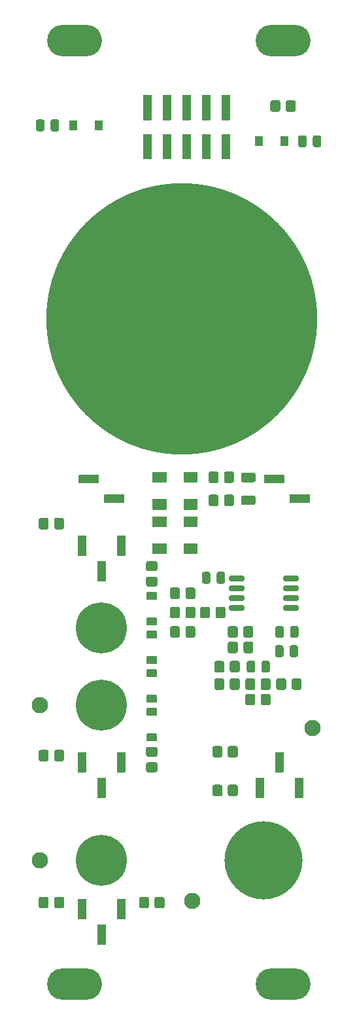
<source format=gbs>
G04 #@! TF.GenerationSoftware,KiCad,Pcbnew,(5.1.9)-1*
G04 #@! TF.CreationDate,2021-04-11T23:26:30+02:00*
G04 #@! TF.ProjectId,KicadJE_VU_Meter,4b696361-644a-4455-9f56-555f4d657465,rev?*
G04 #@! TF.SameCoordinates,Original*
G04 #@! TF.FileFunction,Soldermask,Bot*
G04 #@! TF.FilePolarity,Negative*
%FSLAX46Y46*%
G04 Gerber Fmt 4.6, Leading zero omitted, Abs format (unit mm)*
G04 Created by KiCad (PCBNEW (5.1.9)-1) date 2021-04-11 23:26:30*
%MOMM*%
%LPD*%
G01*
G04 APERTURE LIST*
%ADD10C,10.102000*%
%ADD11O,7.102000X4.102000*%
%ADD12C,2.102000*%
%ADD13C,35.102000*%
%ADD14C,6.602000*%
G04 APERTURE END LIST*
G36*
G01*
X134349000Y-118500500D02*
X134349000Y-117499500D01*
G75*
G02*
X134624500Y-117224000I275500J0D01*
G01*
X135175500Y-117224000D01*
G75*
G02*
X135451000Y-117499500I0J-275500D01*
G01*
X135451000Y-118500500D01*
G75*
G02*
X135175500Y-118776000I-275500J0D01*
G01*
X134624500Y-118776000D01*
G75*
G02*
X134349000Y-118500500I0J275500D01*
G01*
G37*
G36*
G01*
X132449000Y-118500500D02*
X132449000Y-117499500D01*
G75*
G02*
X132724500Y-117224000I275500J0D01*
G01*
X133275500Y-117224000D01*
G75*
G02*
X133551000Y-117499500I0J-275500D01*
G01*
X133551000Y-118500500D01*
G75*
G02*
X133275500Y-118776000I-275500J0D01*
G01*
X132724500Y-118776000D01*
G75*
G02*
X132449000Y-118500500I0J275500D01*
G01*
G37*
D10*
X131000000Y-145000000D03*
G36*
G01*
X129849000Y-52650000D02*
X129849000Y-51450000D01*
G75*
G02*
X129900000Y-51399000I51000J0D01*
G01*
X130800000Y-51399000D01*
G75*
G02*
X130851000Y-51450000I0J-51000D01*
G01*
X130851000Y-52650000D01*
G75*
G02*
X130800000Y-52701000I-51000J0D01*
G01*
X129900000Y-52701000D01*
G75*
G02*
X129849000Y-52650000I0J51000D01*
G01*
G37*
G36*
G01*
X133149000Y-52650000D02*
X133149000Y-51450000D01*
G75*
G02*
X133200000Y-51399000I51000J0D01*
G01*
X134100000Y-51399000D01*
G75*
G02*
X134151000Y-51450000I0J-51000D01*
G01*
X134151000Y-52650000D01*
G75*
G02*
X134100000Y-52701000I-51000J0D01*
G01*
X133200000Y-52701000D01*
G75*
G02*
X133149000Y-52650000I0J51000D01*
G01*
G37*
G36*
G01*
X109149000Y-50600000D02*
X109149000Y-49400000D01*
G75*
G02*
X109200000Y-49349000I51000J0D01*
G01*
X110100000Y-49349000D01*
G75*
G02*
X110151000Y-49400000I0J-51000D01*
G01*
X110151000Y-50600000D01*
G75*
G02*
X110100000Y-50651000I-51000J0D01*
G01*
X109200000Y-50651000D01*
G75*
G02*
X109149000Y-50600000I0J51000D01*
G01*
G37*
G36*
G01*
X105849000Y-50600000D02*
X105849000Y-49400000D01*
G75*
G02*
X105900000Y-49349000I51000J0D01*
G01*
X106800000Y-49349000D01*
G75*
G02*
X106851000Y-49400000I0J-51000D01*
G01*
X106851000Y-50600000D01*
G75*
G02*
X106800000Y-50651000I-51000J0D01*
G01*
X105900000Y-50651000D01*
G75*
G02*
X105849000Y-50600000I0J51000D01*
G01*
G37*
G36*
G01*
X117100000Y-129651000D02*
X115900000Y-129651000D01*
G75*
G02*
X115849000Y-129600000I0J51000D01*
G01*
X115849000Y-128700000D01*
G75*
G02*
X115900000Y-128649000I51000J0D01*
G01*
X117100000Y-128649000D01*
G75*
G02*
X117151000Y-128700000I0J-51000D01*
G01*
X117151000Y-129600000D01*
G75*
G02*
X117100000Y-129651000I-51000J0D01*
G01*
G37*
G36*
G01*
X117100000Y-126351000D02*
X115900000Y-126351000D01*
G75*
G02*
X115849000Y-126300000I0J51000D01*
G01*
X115849000Y-125400000D01*
G75*
G02*
X115900000Y-125349000I51000J0D01*
G01*
X117100000Y-125349000D01*
G75*
G02*
X117151000Y-125400000I0J-51000D01*
G01*
X117151000Y-126300000D01*
G75*
G02*
X117100000Y-126351000I-51000J0D01*
G01*
G37*
G36*
G01*
X115900000Y-118649000D02*
X117100000Y-118649000D01*
G75*
G02*
X117151000Y-118700000I0J-51000D01*
G01*
X117151000Y-119600000D01*
G75*
G02*
X117100000Y-119651000I-51000J0D01*
G01*
X115900000Y-119651000D01*
G75*
G02*
X115849000Y-119600000I0J51000D01*
G01*
X115849000Y-118700000D01*
G75*
G02*
X115900000Y-118649000I51000J0D01*
G01*
G37*
G36*
G01*
X115900000Y-115349000D02*
X117100000Y-115349000D01*
G75*
G02*
X117151000Y-115400000I0J-51000D01*
G01*
X117151000Y-116300000D01*
G75*
G02*
X117100000Y-116351000I-51000J0D01*
G01*
X115900000Y-116351000D01*
G75*
G02*
X115849000Y-116300000I0J51000D01*
G01*
X115849000Y-115400000D01*
G75*
G02*
X115900000Y-115349000I51000J0D01*
G01*
G37*
G36*
G01*
X115900000Y-110349000D02*
X117100000Y-110349000D01*
G75*
G02*
X117151000Y-110400000I0J-51000D01*
G01*
X117151000Y-111300000D01*
G75*
G02*
X117100000Y-111351000I-51000J0D01*
G01*
X115900000Y-111351000D01*
G75*
G02*
X115849000Y-111300000I0J51000D01*
G01*
X115849000Y-110400000D01*
G75*
G02*
X115900000Y-110349000I51000J0D01*
G01*
G37*
G36*
G01*
X115900000Y-113649000D02*
X117100000Y-113649000D01*
G75*
G02*
X117151000Y-113700000I0J-51000D01*
G01*
X117151000Y-114600000D01*
G75*
G02*
X117100000Y-114651000I-51000J0D01*
G01*
X115900000Y-114651000D01*
G75*
G02*
X115849000Y-114600000I0J51000D01*
G01*
X115849000Y-113700000D01*
G75*
G02*
X115900000Y-113649000I51000J0D01*
G01*
G37*
G36*
G01*
X117100000Y-121351000D02*
X115900000Y-121351000D01*
G75*
G02*
X115849000Y-121300000I0J51000D01*
G01*
X115849000Y-120400000D01*
G75*
G02*
X115900000Y-120349000I51000J0D01*
G01*
X117100000Y-120349000D01*
G75*
G02*
X117151000Y-120400000I0J-51000D01*
G01*
X117151000Y-121300000D01*
G75*
G02*
X117100000Y-121351000I-51000J0D01*
G01*
G37*
G36*
G01*
X117100000Y-124651000D02*
X115900000Y-124651000D01*
G75*
G02*
X115849000Y-124600000I0J51000D01*
G01*
X115849000Y-123700000D01*
G75*
G02*
X115900000Y-123649000I51000J0D01*
G01*
X117100000Y-123649000D01*
G75*
G02*
X117151000Y-123700000I0J-51000D01*
G01*
X117151000Y-124600000D01*
G75*
G02*
X117100000Y-124651000I-51000J0D01*
G01*
G37*
G36*
G01*
X110500000Y-155961000D02*
X109500000Y-155961000D01*
G75*
G02*
X109449000Y-155910000I0J51000D01*
G01*
X109449000Y-153400000D01*
G75*
G02*
X109500000Y-153349000I51000J0D01*
G01*
X110500000Y-153349000D01*
G75*
G02*
X110551000Y-153400000I0J-51000D01*
G01*
X110551000Y-155910000D01*
G75*
G02*
X110500000Y-155961000I-51000J0D01*
G01*
G37*
G36*
G01*
X113040000Y-152651000D02*
X112040000Y-152651000D01*
G75*
G02*
X111989000Y-152600000I0J51000D01*
G01*
X111989000Y-150090000D01*
G75*
G02*
X112040000Y-150039000I51000J0D01*
G01*
X113040000Y-150039000D01*
G75*
G02*
X113091000Y-150090000I0J-51000D01*
G01*
X113091000Y-152600000D01*
G75*
G02*
X113040000Y-152651000I-51000J0D01*
G01*
G37*
G36*
G01*
X107960000Y-152651000D02*
X106960000Y-152651000D01*
G75*
G02*
X106909000Y-152600000I0J51000D01*
G01*
X106909000Y-150090000D01*
G75*
G02*
X106960000Y-150039000I51000J0D01*
G01*
X107960000Y-150039000D01*
G75*
G02*
X108011000Y-150090000I0J-51000D01*
G01*
X108011000Y-152600000D01*
G75*
G02*
X107960000Y-152651000I-51000J0D01*
G01*
G37*
G36*
G01*
X107960000Y-105651000D02*
X106960000Y-105651000D01*
G75*
G02*
X106909000Y-105600000I0J51000D01*
G01*
X106909000Y-103090000D01*
G75*
G02*
X106960000Y-103039000I51000J0D01*
G01*
X107960000Y-103039000D01*
G75*
G02*
X108011000Y-103090000I0J-51000D01*
G01*
X108011000Y-105600000D01*
G75*
G02*
X107960000Y-105651000I-51000J0D01*
G01*
G37*
G36*
G01*
X113040000Y-105651000D02*
X112040000Y-105651000D01*
G75*
G02*
X111989000Y-105600000I0J51000D01*
G01*
X111989000Y-103090000D01*
G75*
G02*
X112040000Y-103039000I51000J0D01*
G01*
X113040000Y-103039000D01*
G75*
G02*
X113091000Y-103090000I0J-51000D01*
G01*
X113091000Y-105600000D01*
G75*
G02*
X113040000Y-105651000I-51000J0D01*
G01*
G37*
G36*
G01*
X110500000Y-108961000D02*
X109500000Y-108961000D01*
G75*
G02*
X109449000Y-108910000I0J51000D01*
G01*
X109449000Y-106400000D01*
G75*
G02*
X109500000Y-106349000I51000J0D01*
G01*
X110500000Y-106349000D01*
G75*
G02*
X110551000Y-106400000I0J-51000D01*
G01*
X110551000Y-108910000D01*
G75*
G02*
X110500000Y-108961000I-51000J0D01*
G01*
G37*
G36*
G01*
X107960000Y-133651000D02*
X106960000Y-133651000D01*
G75*
G02*
X106909000Y-133600000I0J51000D01*
G01*
X106909000Y-131090000D01*
G75*
G02*
X106960000Y-131039000I51000J0D01*
G01*
X107960000Y-131039000D01*
G75*
G02*
X108011000Y-131090000I0J-51000D01*
G01*
X108011000Y-133600000D01*
G75*
G02*
X107960000Y-133651000I-51000J0D01*
G01*
G37*
G36*
G01*
X113040000Y-133651000D02*
X112040000Y-133651000D01*
G75*
G02*
X111989000Y-133600000I0J51000D01*
G01*
X111989000Y-131090000D01*
G75*
G02*
X112040000Y-131039000I51000J0D01*
G01*
X113040000Y-131039000D01*
G75*
G02*
X113091000Y-131090000I0J-51000D01*
G01*
X113091000Y-133600000D01*
G75*
G02*
X113040000Y-133651000I-51000J0D01*
G01*
G37*
G36*
G01*
X110500000Y-136961000D02*
X109500000Y-136961000D01*
G75*
G02*
X109449000Y-136910000I0J51000D01*
G01*
X109449000Y-134400000D01*
G75*
G02*
X109500000Y-134349000I51000J0D01*
G01*
X110500000Y-134349000D01*
G75*
G02*
X110551000Y-134400000I0J-51000D01*
G01*
X110551000Y-136910000D01*
G75*
G02*
X110500000Y-136961000I-51000J0D01*
G01*
G37*
G36*
G01*
X136961000Y-97770000D02*
X136961000Y-98770000D01*
G75*
G02*
X136910000Y-98821000I-51000J0D01*
G01*
X134400000Y-98821000D01*
G75*
G02*
X134349000Y-98770000I0J51000D01*
G01*
X134349000Y-97770000D01*
G75*
G02*
X134400000Y-97719000I51000J0D01*
G01*
X136910000Y-97719000D01*
G75*
G02*
X136961000Y-97770000I0J-51000D01*
G01*
G37*
G36*
G01*
X133651000Y-95230000D02*
X133651000Y-96230000D01*
G75*
G02*
X133600000Y-96281000I-51000J0D01*
G01*
X131090000Y-96281000D01*
G75*
G02*
X131039000Y-96230000I0J51000D01*
G01*
X131039000Y-95230000D01*
G75*
G02*
X131090000Y-95179000I51000J0D01*
G01*
X133600000Y-95179000D01*
G75*
G02*
X133651000Y-95230000I0J-51000D01*
G01*
G37*
D11*
X133500000Y-39000000D03*
X106500000Y-39000000D03*
X106500000Y-161000000D03*
X133500000Y-161000000D03*
G36*
G01*
X126499000Y-112580500D02*
X126499000Y-112229500D01*
G75*
G02*
X126674500Y-112054000I175500J0D01*
G01*
X128325500Y-112054000D01*
G75*
G02*
X128501000Y-112229500I0J-175500D01*
G01*
X128501000Y-112580500D01*
G75*
G02*
X128325500Y-112756000I-175500J0D01*
G01*
X126674500Y-112756000D01*
G75*
G02*
X126499000Y-112580500I0J175500D01*
G01*
G37*
G36*
G01*
X126499000Y-111310500D02*
X126499000Y-110959500D01*
G75*
G02*
X126674500Y-110784000I175500J0D01*
G01*
X128325500Y-110784000D01*
G75*
G02*
X128501000Y-110959500I0J-175500D01*
G01*
X128501000Y-111310500D01*
G75*
G02*
X128325500Y-111486000I-175500J0D01*
G01*
X126674500Y-111486000D01*
G75*
G02*
X126499000Y-111310500I0J175500D01*
G01*
G37*
G36*
G01*
X126499000Y-110040500D02*
X126499000Y-109689500D01*
G75*
G02*
X126674500Y-109514000I175500J0D01*
G01*
X128325500Y-109514000D01*
G75*
G02*
X128501000Y-109689500I0J-175500D01*
G01*
X128501000Y-110040500D01*
G75*
G02*
X128325500Y-110216000I-175500J0D01*
G01*
X126674500Y-110216000D01*
G75*
G02*
X126499000Y-110040500I0J175500D01*
G01*
G37*
G36*
G01*
X126499000Y-108770500D02*
X126499000Y-108419500D01*
G75*
G02*
X126674500Y-108244000I175500J0D01*
G01*
X128325500Y-108244000D01*
G75*
G02*
X128501000Y-108419500I0J-175500D01*
G01*
X128501000Y-108770500D01*
G75*
G02*
X128325500Y-108946000I-175500J0D01*
G01*
X126674500Y-108946000D01*
G75*
G02*
X126499000Y-108770500I0J175500D01*
G01*
G37*
G36*
G01*
X133499000Y-108770500D02*
X133499000Y-108419500D01*
G75*
G02*
X133674500Y-108244000I175500J0D01*
G01*
X135325500Y-108244000D01*
G75*
G02*
X135501000Y-108419500I0J-175500D01*
G01*
X135501000Y-108770500D01*
G75*
G02*
X135325500Y-108946000I-175500J0D01*
G01*
X133674500Y-108946000D01*
G75*
G02*
X133499000Y-108770500I0J175500D01*
G01*
G37*
G36*
G01*
X133499000Y-110040500D02*
X133499000Y-109689500D01*
G75*
G02*
X133674500Y-109514000I175500J0D01*
G01*
X135325500Y-109514000D01*
G75*
G02*
X135501000Y-109689500I0J-175500D01*
G01*
X135501000Y-110040500D01*
G75*
G02*
X135325500Y-110216000I-175500J0D01*
G01*
X133674500Y-110216000D01*
G75*
G02*
X133499000Y-110040500I0J175500D01*
G01*
G37*
G36*
G01*
X133499000Y-111310500D02*
X133499000Y-110959500D01*
G75*
G02*
X133674500Y-110784000I175500J0D01*
G01*
X135325500Y-110784000D01*
G75*
G02*
X135501000Y-110959500I0J-175500D01*
G01*
X135501000Y-111310500D01*
G75*
G02*
X135325500Y-111486000I-175500J0D01*
G01*
X133674500Y-111486000D01*
G75*
G02*
X133499000Y-111310500I0J175500D01*
G01*
G37*
G36*
G01*
X133499000Y-112580500D02*
X133499000Y-112229500D01*
G75*
G02*
X133674500Y-112054000I175500J0D01*
G01*
X135325500Y-112054000D01*
G75*
G02*
X135501000Y-112229500I0J-175500D01*
G01*
X135501000Y-112580500D01*
G75*
G02*
X135325500Y-112756000I-175500J0D01*
G01*
X133674500Y-112756000D01*
G75*
G02*
X133499000Y-112580500I0J175500D01*
G01*
G37*
G36*
G01*
X115420000Y-46074000D02*
X116420000Y-46074000D01*
G75*
G02*
X116471000Y-46125000I0J-51000D01*
G01*
X116471000Y-49275000D01*
G75*
G02*
X116420000Y-49326000I-51000J0D01*
G01*
X115420000Y-49326000D01*
G75*
G02*
X115369000Y-49275000I0J51000D01*
G01*
X115369000Y-46125000D01*
G75*
G02*
X115420000Y-46074000I51000J0D01*
G01*
G37*
G36*
G01*
X115420000Y-51124000D02*
X116420000Y-51124000D01*
G75*
G02*
X116471000Y-51175000I0J-51000D01*
G01*
X116471000Y-54325000D01*
G75*
G02*
X116420000Y-54376000I-51000J0D01*
G01*
X115420000Y-54376000D01*
G75*
G02*
X115369000Y-54325000I0J51000D01*
G01*
X115369000Y-51175000D01*
G75*
G02*
X115420000Y-51124000I51000J0D01*
G01*
G37*
G36*
G01*
X117960000Y-46074000D02*
X118960000Y-46074000D01*
G75*
G02*
X119011000Y-46125000I0J-51000D01*
G01*
X119011000Y-49275000D01*
G75*
G02*
X118960000Y-49326000I-51000J0D01*
G01*
X117960000Y-49326000D01*
G75*
G02*
X117909000Y-49275000I0J51000D01*
G01*
X117909000Y-46125000D01*
G75*
G02*
X117960000Y-46074000I51000J0D01*
G01*
G37*
G36*
G01*
X117960000Y-51124000D02*
X118960000Y-51124000D01*
G75*
G02*
X119011000Y-51175000I0J-51000D01*
G01*
X119011000Y-54325000D01*
G75*
G02*
X118960000Y-54376000I-51000J0D01*
G01*
X117960000Y-54376000D01*
G75*
G02*
X117909000Y-54325000I0J51000D01*
G01*
X117909000Y-51175000D01*
G75*
G02*
X117960000Y-51124000I51000J0D01*
G01*
G37*
G36*
G01*
X120500000Y-46074000D02*
X121500000Y-46074000D01*
G75*
G02*
X121551000Y-46125000I0J-51000D01*
G01*
X121551000Y-49275000D01*
G75*
G02*
X121500000Y-49326000I-51000J0D01*
G01*
X120500000Y-49326000D01*
G75*
G02*
X120449000Y-49275000I0J51000D01*
G01*
X120449000Y-46125000D01*
G75*
G02*
X120500000Y-46074000I51000J0D01*
G01*
G37*
G36*
G01*
X120500000Y-51124000D02*
X121500000Y-51124000D01*
G75*
G02*
X121551000Y-51175000I0J-51000D01*
G01*
X121551000Y-54325000D01*
G75*
G02*
X121500000Y-54376000I-51000J0D01*
G01*
X120500000Y-54376000D01*
G75*
G02*
X120449000Y-54325000I0J51000D01*
G01*
X120449000Y-51175000D01*
G75*
G02*
X120500000Y-51124000I51000J0D01*
G01*
G37*
G36*
G01*
X123040000Y-46074000D02*
X124040000Y-46074000D01*
G75*
G02*
X124091000Y-46125000I0J-51000D01*
G01*
X124091000Y-49275000D01*
G75*
G02*
X124040000Y-49326000I-51000J0D01*
G01*
X123040000Y-49326000D01*
G75*
G02*
X122989000Y-49275000I0J51000D01*
G01*
X122989000Y-46125000D01*
G75*
G02*
X123040000Y-46074000I51000J0D01*
G01*
G37*
G36*
G01*
X123040000Y-51124000D02*
X124040000Y-51124000D01*
G75*
G02*
X124091000Y-51175000I0J-51000D01*
G01*
X124091000Y-54325000D01*
G75*
G02*
X124040000Y-54376000I-51000J0D01*
G01*
X123040000Y-54376000D01*
G75*
G02*
X122989000Y-54325000I0J51000D01*
G01*
X122989000Y-51175000D01*
G75*
G02*
X123040000Y-51124000I51000J0D01*
G01*
G37*
G36*
G01*
X125580000Y-46074000D02*
X126580000Y-46074000D01*
G75*
G02*
X126631000Y-46125000I0J-51000D01*
G01*
X126631000Y-49275000D01*
G75*
G02*
X126580000Y-49326000I-51000J0D01*
G01*
X125580000Y-49326000D01*
G75*
G02*
X125529000Y-49275000I0J51000D01*
G01*
X125529000Y-46125000D01*
G75*
G02*
X125580000Y-46074000I51000J0D01*
G01*
G37*
G36*
G01*
X125580000Y-51124000D02*
X126580000Y-51124000D01*
G75*
G02*
X126631000Y-51175000I0J-51000D01*
G01*
X126631000Y-54325000D01*
G75*
G02*
X126580000Y-54376000I-51000J0D01*
G01*
X125580000Y-54376000D01*
G75*
G02*
X125529000Y-54325000I0J51000D01*
G01*
X125529000Y-51175000D01*
G75*
G02*
X125580000Y-51124000I51000J0D01*
G01*
G37*
G36*
G01*
X138451000Y-51549500D02*
X138451000Y-52550500D01*
G75*
G02*
X138175500Y-52826000I-275500J0D01*
G01*
X137624500Y-52826000D01*
G75*
G02*
X137349000Y-52550500I0J275500D01*
G01*
X137349000Y-51549500D01*
G75*
G02*
X137624500Y-51274000I275500J0D01*
G01*
X138175500Y-51274000D01*
G75*
G02*
X138451000Y-51549500I0J-275500D01*
G01*
G37*
G36*
G01*
X136551000Y-51549500D02*
X136551000Y-52550500D01*
G75*
G02*
X136275500Y-52826000I-275500J0D01*
G01*
X135724500Y-52826000D01*
G75*
G02*
X135449000Y-52550500I0J275500D01*
G01*
X135449000Y-51549500D01*
G75*
G02*
X135724500Y-51274000I275500J0D01*
G01*
X136275500Y-51274000D01*
G75*
G02*
X136551000Y-51549500I0J-275500D01*
G01*
G37*
G36*
G01*
X104501000Y-49499500D02*
X104501000Y-50500500D01*
G75*
G02*
X104225500Y-50776000I-275500J0D01*
G01*
X103674500Y-50776000D01*
G75*
G02*
X103399000Y-50500500I0J275500D01*
G01*
X103399000Y-49499500D01*
G75*
G02*
X103674500Y-49224000I275500J0D01*
G01*
X104225500Y-49224000D01*
G75*
G02*
X104501000Y-49499500I0J-275500D01*
G01*
G37*
G36*
G01*
X102601000Y-49499500D02*
X102601000Y-50500500D01*
G75*
G02*
X102325500Y-50776000I-275500J0D01*
G01*
X101774500Y-50776000D01*
G75*
G02*
X101499000Y-50500500I0J275500D01*
G01*
X101499000Y-49499500D01*
G75*
G02*
X101774500Y-49224000I275500J0D01*
G01*
X102325500Y-49224000D01*
G75*
G02*
X102601000Y-49499500I0J-275500D01*
G01*
G37*
G36*
G01*
X122999000Y-109000500D02*
X122999000Y-107999500D01*
G75*
G02*
X123274500Y-107724000I275500J0D01*
G01*
X123825500Y-107724000D01*
G75*
G02*
X124101000Y-107999500I0J-275500D01*
G01*
X124101000Y-109000500D01*
G75*
G02*
X123825500Y-109276000I-275500J0D01*
G01*
X123274500Y-109276000D01*
G75*
G02*
X122999000Y-109000500I0J275500D01*
G01*
G37*
G36*
G01*
X124899000Y-109000500D02*
X124899000Y-107999500D01*
G75*
G02*
X125174500Y-107724000I275500J0D01*
G01*
X125725500Y-107724000D01*
G75*
G02*
X126001000Y-107999500I0J-275500D01*
G01*
X126001000Y-109000500D01*
G75*
G02*
X125725500Y-109276000I-275500J0D01*
G01*
X125174500Y-109276000D01*
G75*
G02*
X124899000Y-109000500I0J275500D01*
G01*
G37*
G36*
G01*
X134399000Y-116000500D02*
X134399000Y-114999500D01*
G75*
G02*
X134674500Y-114724000I275500J0D01*
G01*
X135225500Y-114724000D01*
G75*
G02*
X135501000Y-114999500I0J-275500D01*
G01*
X135501000Y-116000500D01*
G75*
G02*
X135225500Y-116276000I-275500J0D01*
G01*
X134674500Y-116276000D01*
G75*
G02*
X134399000Y-116000500I0J275500D01*
G01*
G37*
G36*
G01*
X132499000Y-116000500D02*
X132499000Y-114999500D01*
G75*
G02*
X132774500Y-114724000I275500J0D01*
G01*
X133325500Y-114724000D01*
G75*
G02*
X133601000Y-114999500I0J-275500D01*
G01*
X133601000Y-116000500D01*
G75*
G02*
X133325500Y-116276000I-275500J0D01*
G01*
X132774500Y-116276000D01*
G75*
G02*
X132499000Y-116000500I0J275500D01*
G01*
G37*
G36*
G01*
X129901000Y-119499500D02*
X129901000Y-120500500D01*
G75*
G02*
X129625500Y-120776000I-275500J0D01*
G01*
X129074500Y-120776000D01*
G75*
G02*
X128799000Y-120500500I0J275500D01*
G01*
X128799000Y-119499500D01*
G75*
G02*
X129074500Y-119224000I275500J0D01*
G01*
X129625500Y-119224000D01*
G75*
G02*
X129901000Y-119499500I0J-275500D01*
G01*
G37*
G36*
G01*
X131801000Y-119499500D02*
X131801000Y-120500500D01*
G75*
G02*
X131525500Y-120776000I-275500J0D01*
G01*
X130974500Y-120776000D01*
G75*
G02*
X130699000Y-120500500I0J275500D01*
G01*
X130699000Y-119499500D01*
G75*
G02*
X130974500Y-119224000I275500J0D01*
G01*
X131525500Y-119224000D01*
G75*
G02*
X131801000Y-119499500I0J-275500D01*
G01*
G37*
G36*
G01*
X129678828Y-99101000D02*
X128321172Y-99101000D01*
G75*
G02*
X128049000Y-98828828I0J272172D01*
G01*
X128049000Y-98121172D01*
G75*
G02*
X128321172Y-97849000I272172J0D01*
G01*
X129678828Y-97849000D01*
G75*
G02*
X129951000Y-98121172I0J-272172D01*
G01*
X129951000Y-98828828D01*
G75*
G02*
X129678828Y-99101000I-272172J0D01*
G01*
G37*
G36*
G01*
X129678828Y-96151000D02*
X128321172Y-96151000D01*
G75*
G02*
X128049000Y-95878828I0J272172D01*
G01*
X128049000Y-95171172D01*
G75*
G02*
X128321172Y-94899000I272172J0D01*
G01*
X129678828Y-94899000D01*
G75*
G02*
X129951000Y-95171172I0J-272172D01*
G01*
X129951000Y-95878828D01*
G75*
G02*
X129678828Y-96151000I-272172J0D01*
G01*
G37*
G36*
G01*
X133849000Y-47979752D02*
X133849000Y-47020248D01*
G75*
G02*
X134120248Y-46749000I271248J0D01*
G01*
X134879752Y-46749000D01*
G75*
G02*
X135151000Y-47020248I0J-271248D01*
G01*
X135151000Y-47979752D01*
G75*
G02*
X134879752Y-48251000I-271248J0D01*
G01*
X134120248Y-48251000D01*
G75*
G02*
X133849000Y-47979752I0J271248D01*
G01*
G37*
G36*
G01*
X131849000Y-47979752D02*
X131849000Y-47020248D01*
G75*
G02*
X132120248Y-46749000I271248J0D01*
G01*
X132879752Y-46749000D01*
G75*
G02*
X133151000Y-47020248I0J-271248D01*
G01*
X133151000Y-47979752D01*
G75*
G02*
X132879752Y-48251000I-271248J0D01*
G01*
X132120248Y-48251000D01*
G75*
G02*
X131849000Y-47979752I0J271248D01*
G01*
G37*
G36*
G01*
X103151000Y-150020248D02*
X103151000Y-150979752D01*
G75*
G02*
X102879752Y-151251000I-271248J0D01*
G01*
X102120248Y-151251000D01*
G75*
G02*
X101849000Y-150979752I0J271248D01*
G01*
X101849000Y-150020248D01*
G75*
G02*
X102120248Y-149749000I271248J0D01*
G01*
X102879752Y-149749000D01*
G75*
G02*
X103151000Y-150020248I0J-271248D01*
G01*
G37*
G36*
G01*
X105151000Y-150020248D02*
X105151000Y-150979752D01*
G75*
G02*
X104879752Y-151251000I-271248J0D01*
G01*
X104120248Y-151251000D01*
G75*
G02*
X103849000Y-150979752I0J271248D01*
G01*
X103849000Y-150020248D01*
G75*
G02*
X104120248Y-149749000I271248J0D01*
G01*
X104879752Y-149749000D01*
G75*
G02*
X105151000Y-150020248I0J-271248D01*
G01*
G37*
G36*
G01*
X103849000Y-131979752D02*
X103849000Y-131020248D01*
G75*
G02*
X104120248Y-130749000I271248J0D01*
G01*
X104879752Y-130749000D01*
G75*
G02*
X105151000Y-131020248I0J-271248D01*
G01*
X105151000Y-131979752D01*
G75*
G02*
X104879752Y-132251000I-271248J0D01*
G01*
X104120248Y-132251000D01*
G75*
G02*
X103849000Y-131979752I0J271248D01*
G01*
G37*
G36*
G01*
X101849000Y-131979752D02*
X101849000Y-131020248D01*
G75*
G02*
X102120248Y-130749000I271248J0D01*
G01*
X102879752Y-130749000D01*
G75*
G02*
X103151000Y-131020248I0J-271248D01*
G01*
X103151000Y-131979752D01*
G75*
G02*
X102879752Y-132251000I-271248J0D01*
G01*
X102120248Y-132251000D01*
G75*
G02*
X101849000Y-131979752I0J271248D01*
G01*
G37*
G36*
G01*
X116151000Y-150020248D02*
X116151000Y-150979752D01*
G75*
G02*
X115879752Y-151251000I-271248J0D01*
G01*
X115120248Y-151251000D01*
G75*
G02*
X114849000Y-150979752I0J271248D01*
G01*
X114849000Y-150020248D01*
G75*
G02*
X115120248Y-149749000I271248J0D01*
G01*
X115879752Y-149749000D01*
G75*
G02*
X116151000Y-150020248I0J-271248D01*
G01*
G37*
G36*
G01*
X118151000Y-150020248D02*
X118151000Y-150979752D01*
G75*
G02*
X117879752Y-151251000I-271248J0D01*
G01*
X117120248Y-151251000D01*
G75*
G02*
X116849000Y-150979752I0J271248D01*
G01*
X116849000Y-150020248D01*
G75*
G02*
X117120248Y-149749000I271248J0D01*
G01*
X117879752Y-149749000D01*
G75*
G02*
X118151000Y-150020248I0J-271248D01*
G01*
G37*
G36*
G01*
X116979752Y-109651000D02*
X116020248Y-109651000D01*
G75*
G02*
X115749000Y-109379752I0J271248D01*
G01*
X115749000Y-108620248D01*
G75*
G02*
X116020248Y-108349000I271248J0D01*
G01*
X116979752Y-108349000D01*
G75*
G02*
X117251000Y-108620248I0J-271248D01*
G01*
X117251000Y-109379752D01*
G75*
G02*
X116979752Y-109651000I-271248J0D01*
G01*
G37*
G36*
G01*
X116979752Y-107651000D02*
X116020248Y-107651000D01*
G75*
G02*
X115749000Y-107379752I0J271248D01*
G01*
X115749000Y-106620248D01*
G75*
G02*
X116020248Y-106349000I271248J0D01*
G01*
X116979752Y-106349000D01*
G75*
G02*
X117251000Y-106620248I0J-271248D01*
G01*
X117251000Y-107379752D01*
G75*
G02*
X116979752Y-107651000I-271248J0D01*
G01*
G37*
G36*
G01*
X127901000Y-121770248D02*
X127901000Y-122729752D01*
G75*
G02*
X127629752Y-123001000I-271248J0D01*
G01*
X126870248Y-123001000D01*
G75*
G02*
X126599000Y-122729752I0J271248D01*
G01*
X126599000Y-121770248D01*
G75*
G02*
X126870248Y-121499000I271248J0D01*
G01*
X127629752Y-121499000D01*
G75*
G02*
X127901000Y-121770248I0J-271248D01*
G01*
G37*
G36*
G01*
X125901000Y-121770248D02*
X125901000Y-122729752D01*
G75*
G02*
X125629752Y-123001000I-271248J0D01*
G01*
X124870248Y-123001000D01*
G75*
G02*
X124599000Y-122729752I0J271248D01*
G01*
X124599000Y-121770248D01*
G75*
G02*
X124870248Y-121499000I271248J0D01*
G01*
X125629752Y-121499000D01*
G75*
G02*
X125901000Y-121770248I0J-271248D01*
G01*
G37*
G36*
G01*
X103849000Y-101979752D02*
X103849000Y-101020248D01*
G75*
G02*
X104120248Y-100749000I271248J0D01*
G01*
X104879752Y-100749000D01*
G75*
G02*
X105151000Y-101020248I0J-271248D01*
G01*
X105151000Y-101979752D01*
G75*
G02*
X104879752Y-102251000I-271248J0D01*
G01*
X104120248Y-102251000D01*
G75*
G02*
X103849000Y-101979752I0J271248D01*
G01*
G37*
G36*
G01*
X101849000Y-101979752D02*
X101849000Y-101020248D01*
G75*
G02*
X102120248Y-100749000I271248J0D01*
G01*
X102879752Y-100749000D01*
G75*
G02*
X103151000Y-101020248I0J-271248D01*
G01*
X103151000Y-101979752D01*
G75*
G02*
X102879752Y-102251000I-271248J0D01*
G01*
X102120248Y-102251000D01*
G75*
G02*
X101849000Y-101979752I0J271248D01*
G01*
G37*
G36*
G01*
X116020248Y-130349000D02*
X116979752Y-130349000D01*
G75*
G02*
X117251000Y-130620248I0J-271248D01*
G01*
X117251000Y-131379752D01*
G75*
G02*
X116979752Y-131651000I-271248J0D01*
G01*
X116020248Y-131651000D01*
G75*
G02*
X115749000Y-131379752I0J271248D01*
G01*
X115749000Y-130620248D01*
G75*
G02*
X116020248Y-130349000I271248J0D01*
G01*
G37*
G36*
G01*
X116020248Y-132349000D02*
X116979752Y-132349000D01*
G75*
G02*
X117251000Y-132620248I0J-271248D01*
G01*
X117251000Y-133379752D01*
G75*
G02*
X116979752Y-133651000I-271248J0D01*
G01*
X116020248Y-133651000D01*
G75*
G02*
X115749000Y-133379752I0J271248D01*
G01*
X115749000Y-132620248D01*
G75*
G02*
X116020248Y-132349000I271248J0D01*
G01*
G37*
G36*
G01*
X126599000Y-120479752D02*
X126599000Y-119520248D01*
G75*
G02*
X126870248Y-119249000I271248J0D01*
G01*
X127629752Y-119249000D01*
G75*
G02*
X127901000Y-119520248I0J-271248D01*
G01*
X127901000Y-120479752D01*
G75*
G02*
X127629752Y-120751000I-271248J0D01*
G01*
X126870248Y-120751000D01*
G75*
G02*
X126599000Y-120479752I0J271248D01*
G01*
G37*
G36*
G01*
X124599000Y-120479752D02*
X124599000Y-119520248D01*
G75*
G02*
X124870248Y-119249000I271248J0D01*
G01*
X125629752Y-119249000D01*
G75*
G02*
X125901000Y-119520248I0J-271248D01*
G01*
X125901000Y-120479752D01*
G75*
G02*
X125629752Y-120751000I-271248J0D01*
G01*
X124870248Y-120751000D01*
G75*
G02*
X124599000Y-120479752I0J271248D01*
G01*
G37*
G36*
G01*
X120151000Y-110020248D02*
X120151000Y-110979752D01*
G75*
G02*
X119879752Y-111251000I-271248J0D01*
G01*
X119120248Y-111251000D01*
G75*
G02*
X118849000Y-110979752I0J271248D01*
G01*
X118849000Y-110020248D01*
G75*
G02*
X119120248Y-109749000I271248J0D01*
G01*
X119879752Y-109749000D01*
G75*
G02*
X120151000Y-110020248I0J-271248D01*
G01*
G37*
G36*
G01*
X122151000Y-110020248D02*
X122151000Y-110979752D01*
G75*
G02*
X121879752Y-111251000I-271248J0D01*
G01*
X121120248Y-111251000D01*
G75*
G02*
X120849000Y-110979752I0J271248D01*
G01*
X120849000Y-110020248D01*
G75*
G02*
X121120248Y-109749000I271248J0D01*
G01*
X121879752Y-109749000D01*
G75*
G02*
X122151000Y-110020248I0J-271248D01*
G01*
G37*
G36*
G01*
X122151000Y-112520248D02*
X122151000Y-113479752D01*
G75*
G02*
X121879752Y-113751000I-271248J0D01*
G01*
X121120248Y-113751000D01*
G75*
G02*
X120849000Y-113479752I0J271248D01*
G01*
X120849000Y-112520248D01*
G75*
G02*
X121120248Y-112249000I271248J0D01*
G01*
X121879752Y-112249000D01*
G75*
G02*
X122151000Y-112520248I0J-271248D01*
G01*
G37*
G36*
G01*
X120151000Y-112520248D02*
X120151000Y-113479752D01*
G75*
G02*
X119879752Y-113751000I-271248J0D01*
G01*
X119120248Y-113751000D01*
G75*
G02*
X118849000Y-113479752I0J271248D01*
G01*
X118849000Y-112520248D01*
G75*
G02*
X119120248Y-112249000I271248J0D01*
G01*
X119879752Y-112249000D01*
G75*
G02*
X120151000Y-112520248I0J-271248D01*
G01*
G37*
G36*
G01*
X128599000Y-122729752D02*
X128599000Y-121770248D01*
G75*
G02*
X128870248Y-121499000I271248J0D01*
G01*
X129629752Y-121499000D01*
G75*
G02*
X129901000Y-121770248I0J-271248D01*
G01*
X129901000Y-122729752D01*
G75*
G02*
X129629752Y-123001000I-271248J0D01*
G01*
X128870248Y-123001000D01*
G75*
G02*
X128599000Y-122729752I0J271248D01*
G01*
G37*
G36*
G01*
X130599000Y-122729752D02*
X130599000Y-121770248D01*
G75*
G02*
X130870248Y-121499000I271248J0D01*
G01*
X131629752Y-121499000D01*
G75*
G02*
X131901000Y-121770248I0J-271248D01*
G01*
X131901000Y-122729752D01*
G75*
G02*
X131629752Y-123001000I-271248J0D01*
G01*
X130870248Y-123001000D01*
G75*
G02*
X130599000Y-122729752I0J271248D01*
G01*
G37*
G36*
G01*
X122151000Y-115020248D02*
X122151000Y-115979752D01*
G75*
G02*
X121879752Y-116251000I-271248J0D01*
G01*
X121120248Y-116251000D01*
G75*
G02*
X120849000Y-115979752I0J271248D01*
G01*
X120849000Y-115020248D01*
G75*
G02*
X121120248Y-114749000I271248J0D01*
G01*
X121879752Y-114749000D01*
G75*
G02*
X122151000Y-115020248I0J-271248D01*
G01*
G37*
G36*
G01*
X120151000Y-115020248D02*
X120151000Y-115979752D01*
G75*
G02*
X119879752Y-116251000I-271248J0D01*
G01*
X119120248Y-116251000D01*
G75*
G02*
X118849000Y-115979752I0J271248D01*
G01*
X118849000Y-115020248D01*
G75*
G02*
X119120248Y-114749000I271248J0D01*
G01*
X119879752Y-114749000D01*
G75*
G02*
X120151000Y-115020248I0J-271248D01*
G01*
G37*
G36*
G01*
X135901000Y-121770248D02*
X135901000Y-122729752D01*
G75*
G02*
X135629752Y-123001000I-271248J0D01*
G01*
X134870248Y-123001000D01*
G75*
G02*
X134599000Y-122729752I0J271248D01*
G01*
X134599000Y-121770248D01*
G75*
G02*
X134870248Y-121499000I271248J0D01*
G01*
X135629752Y-121499000D01*
G75*
G02*
X135901000Y-121770248I0J-271248D01*
G01*
G37*
G36*
G01*
X133901000Y-121770248D02*
X133901000Y-122729752D01*
G75*
G02*
X133629752Y-123001000I-271248J0D01*
G01*
X132870248Y-123001000D01*
G75*
G02*
X132599000Y-122729752I0J271248D01*
G01*
X132599000Y-121770248D01*
G75*
G02*
X132870248Y-121499000I271248J0D01*
G01*
X133629752Y-121499000D01*
G75*
G02*
X133901000Y-121770248I0J-271248D01*
G01*
G37*
G36*
G01*
X127651000Y-117020248D02*
X127651000Y-117979752D01*
G75*
G02*
X127379752Y-118251000I-271248J0D01*
G01*
X126620248Y-118251000D01*
G75*
G02*
X126349000Y-117979752I0J271248D01*
G01*
X126349000Y-117020248D01*
G75*
G02*
X126620248Y-116749000I271248J0D01*
G01*
X127379752Y-116749000D01*
G75*
G02*
X127651000Y-117020248I0J-271248D01*
G01*
G37*
G36*
G01*
X129651000Y-117020248D02*
X129651000Y-117979752D01*
G75*
G02*
X129379752Y-118251000I-271248J0D01*
G01*
X128620248Y-118251000D01*
G75*
G02*
X128349000Y-117979752I0J271248D01*
G01*
X128349000Y-117020248D01*
G75*
G02*
X128620248Y-116749000I271248J0D01*
G01*
X129379752Y-116749000D01*
G75*
G02*
X129651000Y-117020248I0J-271248D01*
G01*
G37*
G36*
G01*
X130599000Y-124729752D02*
X130599000Y-123770248D01*
G75*
G02*
X130870248Y-123499000I271248J0D01*
G01*
X131629752Y-123499000D01*
G75*
G02*
X131901000Y-123770248I0J-271248D01*
G01*
X131901000Y-124729752D01*
G75*
G02*
X131629752Y-125001000I-271248J0D01*
G01*
X130870248Y-125001000D01*
G75*
G02*
X130599000Y-124729752I0J271248D01*
G01*
G37*
G36*
G01*
X128599000Y-124729752D02*
X128599000Y-123770248D01*
G75*
G02*
X128870248Y-123499000I271248J0D01*
G01*
X129629752Y-123499000D01*
G75*
G02*
X129901000Y-123770248I0J-271248D01*
G01*
X129901000Y-124729752D01*
G75*
G02*
X129629752Y-125001000I-271248J0D01*
G01*
X128870248Y-125001000D01*
G75*
G02*
X128599000Y-124729752I0J271248D01*
G01*
G37*
G36*
G01*
X125151000Y-98020248D02*
X125151000Y-98979752D01*
G75*
G02*
X124879752Y-99251000I-271248J0D01*
G01*
X124120248Y-99251000D01*
G75*
G02*
X123849000Y-98979752I0J271248D01*
G01*
X123849000Y-98020248D01*
G75*
G02*
X124120248Y-97749000I271248J0D01*
G01*
X124879752Y-97749000D01*
G75*
G02*
X125151000Y-98020248I0J-271248D01*
G01*
G37*
G36*
G01*
X127151000Y-98020248D02*
X127151000Y-98979752D01*
G75*
G02*
X126879752Y-99251000I-271248J0D01*
G01*
X126120248Y-99251000D01*
G75*
G02*
X125849000Y-98979752I0J271248D01*
G01*
X125849000Y-98020248D01*
G75*
G02*
X126120248Y-97749000I271248J0D01*
G01*
X126879752Y-97749000D01*
G75*
G02*
X127151000Y-98020248I0J-271248D01*
G01*
G37*
G36*
G01*
X126349000Y-115979752D02*
X126349000Y-115020248D01*
G75*
G02*
X126620248Y-114749000I271248J0D01*
G01*
X127379752Y-114749000D01*
G75*
G02*
X127651000Y-115020248I0J-271248D01*
G01*
X127651000Y-115979752D01*
G75*
G02*
X127379752Y-116251000I-271248J0D01*
G01*
X126620248Y-116251000D01*
G75*
G02*
X126349000Y-115979752I0J271248D01*
G01*
G37*
G36*
G01*
X128349000Y-115979752D02*
X128349000Y-115020248D01*
G75*
G02*
X128620248Y-114749000I271248J0D01*
G01*
X129379752Y-114749000D01*
G75*
G02*
X129651000Y-115020248I0J-271248D01*
G01*
X129651000Y-115979752D01*
G75*
G02*
X129379752Y-116251000I-271248J0D01*
G01*
X128620248Y-116251000D01*
G75*
G02*
X128349000Y-115979752I0J271248D01*
G01*
G37*
G36*
G01*
X127151000Y-95020248D02*
X127151000Y-95979752D01*
G75*
G02*
X126879752Y-96251000I-271248J0D01*
G01*
X126120248Y-96251000D01*
G75*
G02*
X125849000Y-95979752I0J271248D01*
G01*
X125849000Y-95020248D01*
G75*
G02*
X126120248Y-94749000I271248J0D01*
G01*
X126879752Y-94749000D01*
G75*
G02*
X127151000Y-95020248I0J-271248D01*
G01*
G37*
G36*
G01*
X125151000Y-95020248D02*
X125151000Y-95979752D01*
G75*
G02*
X124879752Y-96251000I-271248J0D01*
G01*
X124120248Y-96251000D01*
G75*
G02*
X123849000Y-95979752I0J271248D01*
G01*
X123849000Y-95020248D01*
G75*
G02*
X124120248Y-94749000I271248J0D01*
G01*
X124879752Y-94749000D01*
G75*
G02*
X125151000Y-95020248I0J-271248D01*
G01*
G37*
G36*
G01*
X124749000Y-113479752D02*
X124749000Y-112520248D01*
G75*
G02*
X125020248Y-112249000I271248J0D01*
G01*
X125779752Y-112249000D01*
G75*
G02*
X126051000Y-112520248I0J-271248D01*
G01*
X126051000Y-113479752D01*
G75*
G02*
X125779752Y-113751000I-271248J0D01*
G01*
X125020248Y-113751000D01*
G75*
G02*
X124749000Y-113479752I0J271248D01*
G01*
G37*
G36*
G01*
X122749000Y-113479752D02*
X122749000Y-112520248D01*
G75*
G02*
X123020248Y-112249000I271248J0D01*
G01*
X123779752Y-112249000D01*
G75*
G02*
X124051000Y-112520248I0J-271248D01*
G01*
X124051000Y-113479752D01*
G75*
G02*
X123779752Y-113751000I-271248J0D01*
G01*
X123020248Y-113751000D01*
G75*
G02*
X122749000Y-113479752I0J271248D01*
G01*
G37*
D12*
X102000000Y-145000000D03*
D13*
X120360000Y-75000000D03*
D12*
X102000000Y-125000000D03*
X121750000Y-150250000D03*
G36*
G01*
X107039000Y-96230000D02*
X107039000Y-95230000D01*
G75*
G02*
X107090000Y-95179000I51000J0D01*
G01*
X109600000Y-95179000D01*
G75*
G02*
X109651000Y-95230000I0J-51000D01*
G01*
X109651000Y-96230000D01*
G75*
G02*
X109600000Y-96281000I-51000J0D01*
G01*
X107090000Y-96281000D01*
G75*
G02*
X107039000Y-96230000I0J51000D01*
G01*
G37*
G36*
G01*
X110349000Y-98770000D02*
X110349000Y-97770000D01*
G75*
G02*
X110400000Y-97719000I51000J0D01*
G01*
X112910000Y-97719000D01*
G75*
G02*
X112961000Y-97770000I0J-51000D01*
G01*
X112961000Y-98770000D01*
G75*
G02*
X112910000Y-98821000I-51000J0D01*
G01*
X110400000Y-98821000D01*
G75*
G02*
X110349000Y-98770000I0J51000D01*
G01*
G37*
G36*
G01*
X118350000Y-105451000D02*
X116650000Y-105451000D01*
G75*
G02*
X116599000Y-105400000I0J51000D01*
G01*
X116599000Y-104100000D01*
G75*
G02*
X116650000Y-104049000I51000J0D01*
G01*
X118350000Y-104049000D01*
G75*
G02*
X118401000Y-104100000I0J-51000D01*
G01*
X118401000Y-105400000D01*
G75*
G02*
X118350000Y-105451000I-51000J0D01*
G01*
G37*
G36*
G01*
X118350000Y-101951000D02*
X116650000Y-101951000D01*
G75*
G02*
X116599000Y-101900000I0J51000D01*
G01*
X116599000Y-100600000D01*
G75*
G02*
X116650000Y-100549000I51000J0D01*
G01*
X118350000Y-100549000D01*
G75*
G02*
X118401000Y-100600000I0J-51000D01*
G01*
X118401000Y-101900000D01*
G75*
G02*
X118350000Y-101951000I-51000J0D01*
G01*
G37*
G36*
G01*
X118350000Y-96201000D02*
X116650000Y-96201000D01*
G75*
G02*
X116599000Y-96150000I0J51000D01*
G01*
X116599000Y-94850000D01*
G75*
G02*
X116650000Y-94799000I51000J0D01*
G01*
X118350000Y-94799000D01*
G75*
G02*
X118401000Y-94850000I0J-51000D01*
G01*
X118401000Y-96150000D01*
G75*
G02*
X118350000Y-96201000I-51000J0D01*
G01*
G37*
G36*
G01*
X118350000Y-99701000D02*
X116650000Y-99701000D01*
G75*
G02*
X116599000Y-99650000I0J51000D01*
G01*
X116599000Y-98350000D01*
G75*
G02*
X116650000Y-98299000I51000J0D01*
G01*
X118350000Y-98299000D01*
G75*
G02*
X118401000Y-98350000I0J-51000D01*
G01*
X118401000Y-99650000D01*
G75*
G02*
X118350000Y-99701000I-51000J0D01*
G01*
G37*
G36*
G01*
X122350000Y-105451000D02*
X120650000Y-105451000D01*
G75*
G02*
X120599000Y-105400000I0J51000D01*
G01*
X120599000Y-104100000D01*
G75*
G02*
X120650000Y-104049000I51000J0D01*
G01*
X122350000Y-104049000D01*
G75*
G02*
X122401000Y-104100000I0J-51000D01*
G01*
X122401000Y-105400000D01*
G75*
G02*
X122350000Y-105451000I-51000J0D01*
G01*
G37*
G36*
G01*
X122350000Y-101951000D02*
X120650000Y-101951000D01*
G75*
G02*
X120599000Y-101900000I0J51000D01*
G01*
X120599000Y-100600000D01*
G75*
G02*
X120650000Y-100549000I51000J0D01*
G01*
X122350000Y-100549000D01*
G75*
G02*
X122401000Y-100600000I0J-51000D01*
G01*
X122401000Y-101900000D01*
G75*
G02*
X122350000Y-101951000I-51000J0D01*
G01*
G37*
G36*
G01*
X122350000Y-96201000D02*
X120650000Y-96201000D01*
G75*
G02*
X120599000Y-96150000I0J51000D01*
G01*
X120599000Y-94850000D01*
G75*
G02*
X120650000Y-94799000I51000J0D01*
G01*
X122350000Y-94799000D01*
G75*
G02*
X122401000Y-94850000I0J-51000D01*
G01*
X122401000Y-96150000D01*
G75*
G02*
X122350000Y-96201000I-51000J0D01*
G01*
G37*
G36*
G01*
X122350000Y-99701000D02*
X120650000Y-99701000D01*
G75*
G02*
X120599000Y-99650000I0J51000D01*
G01*
X120599000Y-98350000D01*
G75*
G02*
X120650000Y-98299000I51000J0D01*
G01*
X122350000Y-98299000D01*
G75*
G02*
X122401000Y-98350000I0J-51000D01*
G01*
X122401000Y-99650000D01*
G75*
G02*
X122350000Y-99701000I-51000J0D01*
G01*
G37*
D14*
X110000000Y-115000000D03*
X110000000Y-125000000D03*
X110000000Y-145000000D03*
G36*
G01*
X132500000Y-131039000D02*
X133500000Y-131039000D01*
G75*
G02*
X133551000Y-131090000I0J-51000D01*
G01*
X133551000Y-133600000D01*
G75*
G02*
X133500000Y-133651000I-51000J0D01*
G01*
X132500000Y-133651000D01*
G75*
G02*
X132449000Y-133600000I0J51000D01*
G01*
X132449000Y-131090000D01*
G75*
G02*
X132500000Y-131039000I51000J0D01*
G01*
G37*
G36*
G01*
X129960000Y-134349000D02*
X130960000Y-134349000D01*
G75*
G02*
X131011000Y-134400000I0J-51000D01*
G01*
X131011000Y-136910000D01*
G75*
G02*
X130960000Y-136961000I-51000J0D01*
G01*
X129960000Y-136961000D01*
G75*
G02*
X129909000Y-136910000I0J51000D01*
G01*
X129909000Y-134400000D01*
G75*
G02*
X129960000Y-134349000I51000J0D01*
G01*
G37*
G36*
G01*
X135040000Y-134349000D02*
X136040000Y-134349000D01*
G75*
G02*
X136091000Y-134400000I0J-51000D01*
G01*
X136091000Y-136910000D01*
G75*
G02*
X136040000Y-136961000I-51000J0D01*
G01*
X135040000Y-136961000D01*
G75*
G02*
X134989000Y-136910000I0J51000D01*
G01*
X134989000Y-134400000D01*
G75*
G02*
X135040000Y-134349000I51000J0D01*
G01*
G37*
G36*
G01*
X126349000Y-136479752D02*
X126349000Y-135520248D01*
G75*
G02*
X126620248Y-135249000I271248J0D01*
G01*
X127379752Y-135249000D01*
G75*
G02*
X127651000Y-135520248I0J-271248D01*
G01*
X127651000Y-136479752D01*
G75*
G02*
X127379752Y-136751000I-271248J0D01*
G01*
X126620248Y-136751000D01*
G75*
G02*
X126349000Y-136479752I0J271248D01*
G01*
G37*
G36*
G01*
X124349000Y-136479752D02*
X124349000Y-135520248D01*
G75*
G02*
X124620248Y-135249000I271248J0D01*
G01*
X125379752Y-135249000D01*
G75*
G02*
X125651000Y-135520248I0J-271248D01*
G01*
X125651000Y-136479752D01*
G75*
G02*
X125379752Y-136751000I-271248J0D01*
G01*
X124620248Y-136751000D01*
G75*
G02*
X124349000Y-136479752I0J271248D01*
G01*
G37*
G36*
G01*
X127651000Y-130520248D02*
X127651000Y-131479752D01*
G75*
G02*
X127379752Y-131751000I-271248J0D01*
G01*
X126620248Y-131751000D01*
G75*
G02*
X126349000Y-131479752I0J271248D01*
G01*
X126349000Y-130520248D01*
G75*
G02*
X126620248Y-130249000I271248J0D01*
G01*
X127379752Y-130249000D01*
G75*
G02*
X127651000Y-130520248I0J-271248D01*
G01*
G37*
G36*
G01*
X125651000Y-130520248D02*
X125651000Y-131479752D01*
G75*
G02*
X125379752Y-131751000I-271248J0D01*
G01*
X124620248Y-131751000D01*
G75*
G02*
X124349000Y-131479752I0J271248D01*
G01*
X124349000Y-130520248D01*
G75*
G02*
X124620248Y-130249000I271248J0D01*
G01*
X125379752Y-130249000D01*
G75*
G02*
X125651000Y-130520248I0J-271248D01*
G01*
G37*
D12*
X137300000Y-127900000D03*
M02*

</source>
